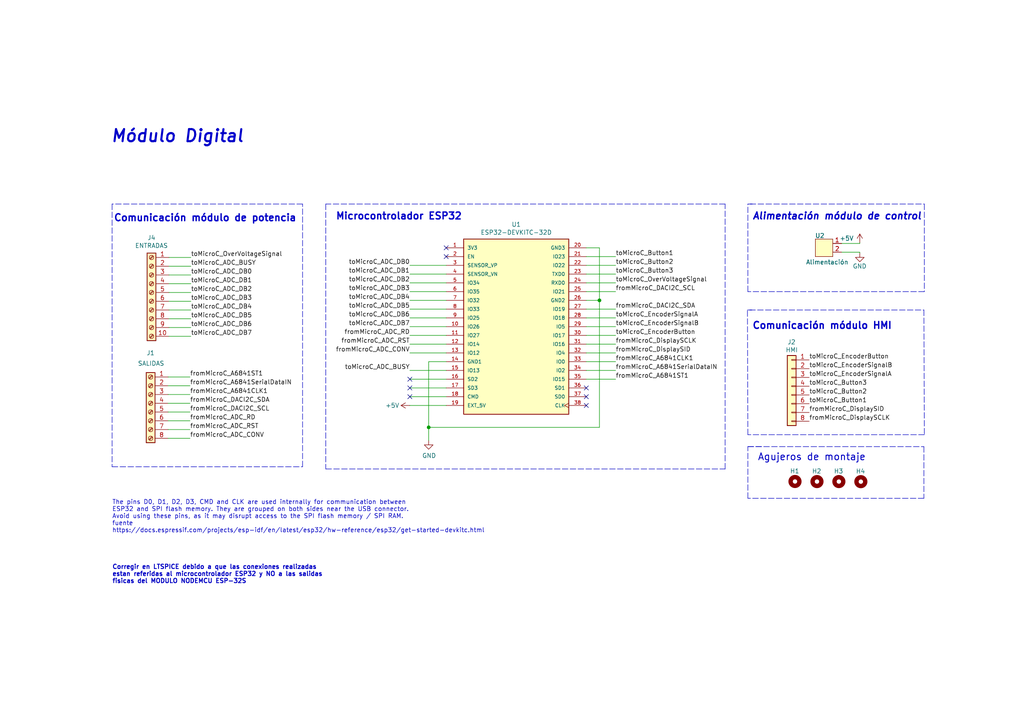
<source format=kicad_sch>
(kicad_sch (version 20211123) (generator eeschema)
  (paper "A4")
  (title_block (title "PLACA DE CONTROL + HMI DIGITAL") (date "2021-12-15") (rev "V02") (comment 2 "creativecommons.org/licenses/by/4.0/") (comment 3 "Licenses: CC BY 4.0") (comment 4 "Author: Ibañez Lucas"))
  (lib_symbols
    (symbol "CEDCp:Bornera_1x2"
      (property "Reference" "U" (at 0.762 2.286 0))
      (property "Value" "Bornera_1x2" (at 3.048 -4.826 0))
      (symbol "Bornera_1x2_0_1"
        (rectangle (start 0 1.27) (end 5.08 -3.81) (fill (type background)))
      )
      (symbol "Bornera_1x2_1_1"
        (pin input line (at -2.54 0 0) (length 2.54) (name "") (number "1"))
        (pin input line (at -2.54 -2.54 0) (length 2.54) (name "") (number "2"))
      )
    )
    (symbol "Connector:Screw_Terminal_01x08" (pin_names (offset 1.016) hide)
      (property "Reference" "J" (at 0 10.16 0))
      (property "Value" "Screw_Terminal_01x08" (at 0 -12.7 0))
      (symbol "Screw_Terminal_01x08_1_1"
        (rectangle (start -1.27 8.89) (end 1.27 -11.43) (stroke (width 0.254)) (fill (type background)))
        (circle (center 0 -10.16) (radius 0.635) (stroke (width 0.1524)))
        (circle (center 0 -7.62) (radius 0.635) (stroke (width 0.1524)))
        (circle (center 0 -5.08) (radius 0.635) (stroke (width 0.1524)))
        (circle (center 0 -2.54) (radius 0.635) (stroke (width 0.1524)))
        (polyline (pts (xy -0.5334 -9.8298) (xy 0.3302 -10.668)) (stroke (width 0.1524)))
        (polyline (pts (xy -0.5334 -7.2898) (xy 0.3302 -8.128)) (stroke (width 0.1524)))
        (polyline (pts (xy -0.5334 -4.7498) (xy 0.3302 -5.588)) (stroke (width 0.1524)))
        (polyline (pts (xy -0.5334 -2.2098) (xy 0.3302 -3.048)) (stroke (width 0.1524)))
        (polyline (pts (xy -0.5334 0.3302) (xy 0.3302 -0.508)) (stroke (width 0.1524)))
        (polyline (pts (xy -0.5334 2.8702) (xy 0.3302 2.032)) (stroke (width 0.1524)))
        (polyline (pts (xy -0.5334 5.4102) (xy 0.3302 4.572)) (stroke (width 0.1524)))
        (polyline (pts (xy -0.5334 7.9502) (xy 0.3302 7.112)) (stroke (width 0.1524)))
        (polyline (pts (xy -0.3556 -9.652) (xy 0.508 -10.4902)) (stroke (width 0.1524)))
        (polyline (pts (xy -0.3556 -7.112) (xy 0.508 -7.9502)) (stroke (width 0.1524)))
        (polyline (pts (xy -0.3556 -4.572) (xy 0.508 -5.4102)) (stroke (width 0.1524)))
        (polyline (pts (xy -0.3556 -2.032) (xy 0.508 -2.8702)) (stroke (width 0.1524)))
        (polyline (pts (xy -0.3556 0.508) (xy 0.508 -0.3302)) (stroke (width 0.1524)))
        (polyline (pts (xy -0.3556 3.048) (xy 0.508 2.2098)) (stroke (width 0.1524)))
        (polyline (pts (xy -0.3556 5.588) (xy 0.508 4.7498)) (stroke (width 0.1524)))
        (polyline (pts (xy -0.3556 8.128) (xy 0.508 7.2898)) (stroke (width 0.1524)))
        (circle (center 0 0) (radius 0.635) (stroke (width 0.1524)))
        (circle (center 0 2.54) (radius 0.635) (stroke (width 0.1524)))
        (circle (center 0 5.08) (radius 0.635) (stroke (width 0.1524)))
        (circle (center 0 7.62) (radius 0.635) (stroke (width 0.1524)))
        (pin passive line (at -5.08 7.62 0) (length 3.81) (name "Pin_1") (number "1"))
        (pin passive line (at -5.08 5.08 0) (length 3.81) (name "Pin_2") (number "2"))
        (pin passive line (at -5.08 2.54 0) (length 3.81) (name "Pin_3") (number "3"))
        (pin passive line (at -5.08 0 0) (length 3.81) (name "Pin_4") (number "4"))
        (pin passive line (at -5.08 -2.54 0) (length 3.81) (name "Pin_5") (number "5"))
        (pin passive line (at -5.08 -5.08 0) (length 3.81) (name "Pin_6") (number "6"))
        (pin passive line (at -5.08 -7.62 0) (length 3.81) (name "Pin_7") (number "7"))
        (pin passive line (at -5.08 -10.16 0) (length 3.81) (name "Pin_8") (number "8"))
      )
    )
    (symbol "Connector:Screw_Terminal_01x10" (pin_names (offset 1.016) hide)
      (property "Reference" "J" (at 0 12.7 0))
      (property "Value" "Screw_Terminal_01x10" (at 0 -15.24 0))
      (symbol "Screw_Terminal_01x10_1_1"
        (rectangle (start -1.27 11.43) (end 1.27 -13.97) (stroke (width 0.254)) (fill (type background)))
        (circle (center 0 -12.7) (radius 0.635) (stroke (width 0.1524)))
        (circle (center 0 -10.16) (radius 0.635) (stroke (width 0.1524)))
        (circle (center 0 -7.62) (radius 0.635) (stroke (width 0.1524)))
        (circle (center 0 -5.08) (radius 0.635) (stroke (width 0.1524)))
        (circle (center 0 -2.54) (radius 0.635) (stroke (width 0.1524)))
        (polyline (pts (xy -0.5334 -12.3698) (xy 0.3302 -13.208)) (stroke (width 0.1524)))
        (polyline (pts (xy -0.5334 -9.8298) (xy 0.3302 -10.668)) (stroke (width 0.1524)))
        (polyline (pts (xy -0.5334 -7.2898) (xy 0.3302 -8.128)) (stroke (width 0.1524)))
        (polyline (pts (xy -0.5334 -4.7498) (xy 0.3302 -5.588)) (stroke (width 0.1524)))
        (polyline (pts (xy -0.5334 -2.2098) (xy 0.3302 -3.048)) (stroke (width 0.1524)))
        (polyline (pts (xy -0.5334 0.3302) (xy 0.3302 -0.508)) (stroke (width 0.1524)))
        (polyline (pts (xy -0.5334 2.8702) (xy 0.3302 2.032)) (stroke (width 0.1524)))
        (polyline (pts (xy -0.5334 5.4102) (xy 0.3302 4.572)) (stroke (width 0.1524)))
        (polyline (pts (xy -0.5334 7.9502) (xy 0.3302 7.112)) (stroke (width 0.1524)))
        (polyline (pts (xy -0.5334 10.4902) (xy 0.3302 9.652)) (stroke (width 0.1524)))
        (polyline (pts (xy -0.3556 -12.192) (xy 0.508 -13.0302)) (stroke (width 0.1524)))
        (polyline (pts (xy -0.3556 -9.652) (xy 0.508 -10.4902)) (stroke (width 0.1524)))
        (polyline (pts (xy -0.3556 -7.112) (xy 0.508 -7.9502)) (stroke (width 0.1524)))
        (polyline (pts (xy -0.3556 -4.572) (xy 0.508 -5.4102)) (stroke (width 0.1524)))
        (polyline (pts (xy -0.3556 -2.032) (xy 0.508 -2.8702)) (stroke (width 0.1524)))
        (polyline (pts (xy -0.3556 0.508) (xy 0.508 -0.3302)) (stroke (width 0.1524)))
        (polyline (pts (xy -0.3556 3.048) (xy 0.508 2.2098)) (stroke (width 0.1524)))
        (polyline (pts (xy -0.3556 5.588) (xy 0.508 4.7498)) (stroke (width 0.1524)))
        (polyline (pts (xy -0.3556 8.128) (xy 0.508 7.2898)) (stroke (width 0.1524)))
        (polyline (pts (xy -0.3556 10.668) (xy 0.508 9.8298)) (stroke (width 0.1524)))
        (circle (center 0 0) (radius 0.635) (stroke (width 0.1524)))
        (circle (center 0 2.54) (radius 0.635) (stroke (width 0.1524)))
        (circle (center 0 5.08) (radius 0.635) (stroke (width 0.1524)))
        (circle (center 0 7.62) (radius 0.635) (stroke (width 0.1524)))
        (circle (center 0 10.16) (radius 0.635) (stroke (width 0.1524)))
        (pin passive line (at -5.08 10.16 0) (length 3.81) (name "Pin_1") (number "1"))
        (pin passive line (at -5.08 -12.7 0) (length 3.81) (name "Pin_10") (number "10"))
        (pin passive line (at -5.08 7.62 0) (length 3.81) (name "Pin_2") (number "2"))
        (pin passive line (at -5.08 5.08 0) (length 3.81) (name "Pin_3") (number "3"))
        (pin passive line (at -5.08 2.54 0) (length 3.81) (name "Pin_4") (number "4"))
        (pin passive line (at -5.08 0 0) (length 3.81) (name "Pin_5") (number "5"))
        (pin passive line (at -5.08 -2.54 0) (length 3.81) (name "Pin_6") (number "6"))
        (pin passive line (at -5.08 -5.08 0) (length 3.81) (name "Pin_7") (number "7"))
        (pin passive line (at -5.08 -7.62 0) (length 3.81) (name "Pin_8") (number "8"))
        (pin passive line (at -5.08 -10.16 0) (length 3.81) (name "Pin_9") (number "9"))
      )
    )
    (symbol "Connector_Generic:Conn_01x08" (pin_names (offset 1.016) hide)
      (property "Reference" "J" (at 0 10.16 0))
      (property "Value" "Conn_01x08" (at 0 -12.7 0))
      (symbol "Conn_01x08_1_1"
        (rectangle (start -1.27 -10.033) (end 0 -10.287) (stroke (width 0.1524)))
        (rectangle (start -1.27 -7.493) (end 0 -7.747) (stroke (width 0.1524)))
        (rectangle (start -1.27 -4.953) (end 0 -5.207) (stroke (width 0.1524)))
        (rectangle (start -1.27 -2.413) (end 0 -2.667) (stroke (width 0.1524)))
        (rectangle (start -1.27 0.127) (end 0 -0.127) (stroke (width 0.1524)))
        (rectangle (start -1.27 2.667) (end 0 2.413) (stroke (width 0.1524)))
        (rectangle (start -1.27 5.207) (end 0 4.953) (stroke (width 0.1524)))
        (rectangle (start -1.27 7.747) (end 0 7.493) (stroke (width 0.1524)))
        (rectangle (start -1.27 8.89) (end 1.27 -11.43) (stroke (width 0.254)) (fill (type background)))
        (pin passive line (at -5.08 7.62 0) (length 3.81) (name "Pin_1") (number "1"))
        (pin passive line (at -5.08 5.08 0) (length 3.81) (name "Pin_2") (number "2"))
        (pin passive line (at -5.08 2.54 0) (length 3.81) (name "Pin_3") (number "3"))
        (pin passive line (at -5.08 0 0) (length 3.81) (name "Pin_4") (number "4"))
        (pin passive line (at -5.08 -2.54 0) (length 3.81) (name "Pin_5") (number "5"))
        (pin passive line (at -5.08 -5.08 0) (length 3.81) (name "Pin_6") (number "6"))
        (pin passive line (at -5.08 -7.62 0) (length 3.81) (name "Pin_7") (number "7"))
        (pin passive line (at -5.08 -10.16 0) (length 3.81) (name "Pin_8") (number "8"))
      )
    )
    (symbol "ESP32-DEVKITC-32D:ESP32-DEVKITC-32D" (pin_names (offset 1.016))
      (property "Reference" "U" (at -15.2654 26.0604 0))
      (property "Value" "ESP32-DEVKITC-32D" (at -15.2654 -27.9654 0))
      (symbol "ESP32-DEVKITC-32D_0_0"
        (rectangle (start -15.24 -25.4) (end 15.24 25.4) (stroke (width 0.254)) (fill (type background)))
        (pin power_in line (at -20.32 22.86 0) (length 5.08) (name "3V3") (number "1"))
        (pin bidirectional line (at -20.32 0 0) (length 5.08) (name "IO26") (number "10"))
        (pin bidirectional line (at -20.32 -2.54 0) (length 5.08) (name "IO27") (number "11"))
        (pin bidirectional line (at -20.32 -5.08 0) (length 5.08) (name "IO14") (number "12"))
        (pin bidirectional line (at -20.32 -7.62 0) (length 5.08) (name "IO12") (number "13"))
        (pin power_in line (at -20.32 -10.16 0) (length 5.08) (name "GND1") (number "14"))
        (pin bidirectional line (at -20.32 -12.7 0) (length 5.08) (name "IO13") (number "15"))
        (pin bidirectional line (at -20.32 -15.24 0) (length 5.08) (name "SD2") (number "16"))
        (pin bidirectional line (at -20.32 -17.78 0) (length 5.08) (name "SD3") (number "17"))
        (pin bidirectional line (at -20.32 -20.32 0) (length 5.08) (name "CMD") (number "18"))
        (pin power_in line (at -20.32 -22.86 0) (length 5.08) (name "EXT_5V") (number "19"))
        (pin input line (at -20.32 20.32 0) (length 5.08) (name "EN") (number "2"))
        (pin power_in line (at 20.32 22.86 180) (length 5.08) (name "GND3") (number "20"))
        (pin bidirectional line (at 20.32 20.32 180) (length 5.08) (name "IO23") (number "21"))
        (pin bidirectional line (at 20.32 17.78 180) (length 5.08) (name "IO22") (number "22"))
        (pin output line (at 20.32 15.24 180) (length 5.08) (name "TXD0") (number "23"))
        (pin input line (at 20.32 12.7 180) (length 5.08) (name "RXD0") (number "24"))
        (pin bidirectional line (at 20.32 10.16 180) (length 5.08) (name "IO21") (number "25"))
        (pin power_in line (at 20.32 7.62 180) (length 5.08) (name "GND2") (number "26"))
        (pin bidirectional line (at 20.32 5.08 180) (length 5.08) (name "IO19") (number "27"))
        (pin bidirectional line (at 20.32 2.54 180) (length 5.08) (name "IO18") (number "28"))
        (pin bidirectional line (at 20.32 0 180) (length 5.08) (name "IO5") (number "29"))
        (pin input line (at -20.32 17.78 0) (length 5.08) (name "SENSOR_VP") (number "3"))
        (pin bidirectional line (at 20.32 -2.54 180) (length 5.08) (name "IO17") (number "30"))
        (pin bidirectional line (at 20.32 -5.08 180) (length 5.08) (name "IO16") (number "31"))
        (pin bidirectional line (at 20.32 -7.62 180) (length 5.08) (name "IO4") (number "32"))
        (pin bidirectional line (at 20.32 -10.16 180) (length 5.08) (name "IO0") (number "33"))
        (pin bidirectional line (at 20.32 -12.7 180) (length 5.08) (name "IO2") (number "34"))
        (pin bidirectional line (at 20.32 -15.24 180) (length 5.08) (name "IO15") (number "35"))
        (pin bidirectional line (at 20.32 -17.78 180) (length 5.08) (name "SD1") (number "36"))
        (pin bidirectional line (at 20.32 -20.32 180) (length 5.08) (name "SD0") (number "37"))
        (pin input clock (at 20.32 -22.86 180) (length 5.08) (name "CLK") (number "38"))
        (pin input line (at -20.32 15.24 0) (length 5.08) (name "SENSOR_VN") (number "4"))
        (pin bidirectional line (at -20.32 12.7 0) (length 5.08) (name "IO34") (number "5"))
        (pin bidirectional line (at -20.32 10.16 0) (length 5.08) (name "IO35") (number "6"))
        (pin bidirectional line (at -20.32 7.62 0) (length 5.08) (name "IO32") (number "7"))
        (pin bidirectional line (at -20.32 5.08 0) (length 5.08) (name "IO33") (number "8"))
        (pin bidirectional line (at -20.32 2.54 0) (length 5.08) (name "IO25") (number "9"))
      )
    )
    (symbol "Mechanical:MountingHole" (pin_names (offset 1.016))
      (property "Reference" "H" (at 0 5.08 0))
      (property "Value" "MountingHole" (at 0 3.175 0))
      (symbol "MountingHole_0_1"
        (circle (center 0 0) (radius 1.27) (stroke (width 1.27)))
      )
    )
    (symbol "power:+5V" (power) (pin_names (offset 0))
      (property "Value" "+5V" (at 0 3.556 0))
      (symbol "+5V_0_1"
        (polyline (pts (xy -0.762 1.27) (xy 0 2.54)))
        (polyline (pts (xy 0 0) (xy 0 2.54)))
        (polyline (pts (xy 0 2.54) (xy 0.762 1.27)))
      )
      (symbol "+5V_1_1"
        (pin power_in line (at 0 0 90) (length 0) hide (name "+5V") (number "1"))
      )
    )
    (symbol "power:GND" (power) (pin_names (offset 0))
      (property "Value" "GND" (at 0 -3.81 0))
      (symbol "GND_0_1"
        (polyline (pts (xy 0 0) (xy 0 -1.27) (xy 1.27 -1.27) (xy 0 -2.54) (xy -1.27 -1.27) (xy 0 -1.27)))
      )
      (symbol "GND_1_1"
        (pin power_in line (at 0 0 270) (length 0) hide (name "GND") (number "1"))
      )
    )
  )
  (junction (at 124.333 123.952))
  (junction (at 173.863 87.122))
  (no_connect (at 170.053 117.602))
  (no_connect (at 170.053 112.522))
  (no_connect (at 170.053 115.062))
  (no_connect (at 118.872 109.982))
  (no_connect (at 118.872 112.522))
  (no_connect (at 118.872 115.062))
  (no_connect (at 129.413 71.882))
  (no_connect (at 129.413 74.422))
  (wire (pts (xy 129.413 89.662) (xy 118.872 89.662)))
  (polyline (pts (xy 216.789 89.916) (xy 218.059 89.916)))
  (wire (pts (xy 118.872 107.442) (xy 129.413 107.442)))
  (wire (pts (xy 249.3772 73.152) (xy 244.094 73.152)))
  (polyline (pts (xy 32.512 59.182) (xy 32.512 135.382)))
  (wire (pts (xy 170.053 74.422) (xy 178.562 74.422)))
  (polyline (pts (xy 216.916 59.182) (xy 218.186 59.182)))
  (wire (pts (xy 49.022 84.836) (xy 55.372 84.836)))
  (wire (pts (xy 48.768 116.967) (xy 55.118 116.967)))
  (wire (pts (xy 170.053 84.582) (xy 178.562 84.582)))
  (wire (pts (xy 118.872 97.282) (xy 129.413 97.282)))
  (polyline (pts (xy 87.757 135.382) (xy 87.757 59.182)))
  (wire (pts (xy 170.053 94.742) (xy 178.562 94.742)))
  (polyline (pts (xy 267.97 144.526) (xy 216.916 144.526)))
  (polyline (pts (xy 267.97 89.916) (xy 268.097 126.0856)))
  (polyline (pts (xy 210.312 136.017) (xy 210.312 59.182)))
  (wire (pts (xy 55.372 97.536) (xy 49.022 97.536)))
  (wire (pts (xy 170.053 71.882) (xy 173.863 71.882)))
  (wire (pts (xy 170.053 92.202) (xy 178.562 92.202)))
  (wire (pts (xy 129.413 109.982) (xy 118.872 109.982)))
  (polyline (pts (xy 268.097 59.182) (xy 268.097 84.582)))
  (wire (pts (xy 118.872 92.202) (xy 129.413 92.202)))
  (wire (pts (xy 173.863 87.122) (xy 173.863 123.952)))
  (wire (pts (xy 118.872 82.042) (xy 129.413 82.042)))
  (wire (pts (xy 118.872 115.062) (xy 129.413 115.062)))
  (polyline (pts (xy 217.424 89.916) (xy 267.97 89.916)))
  (wire (pts (xy 49.022 94.996) (xy 55.372 94.996)))
  (wire (pts (xy 129.413 117.602) (xy 118.872 117.602)))
  (polyline (pts (xy 268.097 126.0856) (xy 216.916 126.0856)))
  (wire (pts (xy 55.372 74.676) (xy 49.022 74.676)))
  (wire (pts (xy 49.022 89.916) (xy 55.372 89.916)))
  (polyline (pts (xy 94.488 59.182) (xy 94.488 136.017)))
  (polyline (pts (xy 267.97 129.54) (xy 267.97 144.526)))
  (wire (pts (xy 170.053 79.502) (xy 178.562 79.502)))
  (wire (pts (xy 170.053 87.122) (xy 173.863 87.122)))
  (wire (pts (xy 170.053 82.042) (xy 178.562 82.042)))
  (wire (pts (xy 170.053 97.282) (xy 178.562 97.282)))
  (wire (pts (xy 129.413 84.582) (xy 118.872 84.582)))
  (wire (pts (xy 55.372 77.216) (xy 49.022 77.216)))
  (wire (pts (xy 49.022 82.296) (xy 55.372 82.296)))
  (wire (pts (xy 48.768 119.507) (xy 55.118 119.507)))
  (wire (pts (xy 48.768 124.587) (xy 55.118 124.587)))
  (wire (pts (xy 129.413 99.822) (xy 118.872 99.822)))
  (polyline (pts (xy 94.488 136.017) (xy 210.312 136.017)))
  (polyline (pts (xy 210.312 59.182) (xy 94.488 59.182)))
  (wire (pts (xy 244.094 70.612) (xy 249.3772 70.612)))
  (polyline (pts (xy 216.916 84.582) (xy 216.916 59.182)))
  (wire (pts (xy 48.768 111.887) (xy 55.118 111.887)))
  (wire (pts (xy 129.413 104.902) (xy 124.333 104.902)))
  (wire (pts (xy 170.053 107.442) (xy 178.562 107.442)))
  (wire (pts (xy 129.413 94.742) (xy 118.872 94.742)))
  (wire (pts (xy 55.372 79.756) (xy 49.022 79.756)))
  (wire (pts (xy 249.3772 70.4088) (xy 249.3772 70.612)))
  (polyline (pts (xy 217.551 59.182) (xy 268.097 59.182)))
  (polyline (pts (xy 216.916 129.54) (xy 267.97 129.54)))
  (polyline (pts (xy 87.757 59.182) (xy 32.512 59.182)))
  (wire (pts (xy 118.872 76.962) (xy 129.413 76.962)))
  (polyline (pts (xy 268.097 84.582) (xy 216.916 84.582)))
  (wire (pts (xy 48.768 109.347) (xy 55.118 109.347)))
  (wire (pts (xy 118.872 79.502) (xy 129.413 79.502)))
  (wire (pts (xy 170.053 99.822) (xy 178.562 99.822)))
  (wire (pts (xy 249.3772 73.3806) (xy 249.3772 73.152)))
  (wire (pts (xy 118.872 102.362) (xy 129.413 102.362)))
  (wire (pts (xy 55.372 92.456) (xy 49.022 92.456)))
  (wire (pts (xy 49.022 87.376) (xy 55.372 87.376)))
  (wire (pts (xy 124.333 123.952) (xy 124.333 127.762)))
  (wire (pts (xy 118.872 87.122) (xy 129.413 87.122)))
  (wire (pts (xy 170.053 104.902) (xy 178.562 104.902)))
  (wire (pts (xy 124.333 104.902) (xy 124.333 123.952)))
  (wire (pts (xy 170.053 89.662) (xy 178.562 89.662)))
  (wire (pts (xy 173.863 71.882) (xy 173.863 87.122)))
  (wire (pts (xy 48.768 127.127) (xy 55.118 127.127)))
  (wire (pts (xy 173.863 123.952) (xy 124.333 123.952)))
  (wire (pts (xy 48.768 114.427) (xy 55.118 114.427)))
  (wire (pts (xy 48.768 122.047) (xy 55.118 122.047)))
  (polyline (pts (xy 32.512 135.382) (xy 87.757 135.382)))
  (wire (pts (xy 118.872 112.522) (xy 129.413 112.522)))
  (polyline (pts (xy 216.916 126.0856) (xy 216.789 89.916)))
  (polyline (pts (xy 216.916 144.526) (xy 216.916 129.54)))
  (wire (pts (xy 170.053 76.962) (xy 178.562 76.962)))
  (wire (pts (xy 170.053 109.982) (xy 178.562 109.982)))
  (polyline (pts (xy 216.916 129.54) (xy 220.98 129.54)))
  (wire (pts (xy 170.053 102.362) (xy 178.562 102.362)))
  (image (at -52.07 26.035))
  (image (at 409.575 119.38) (scale 2.95166))
  (text "Agujeros de montaje\n" (at 219.71 133.858 0) (effects (font (size 2 2) (thickness 0.254) bold) (justify left bottom)))
  (text "Comunicación módulo HMI\n" (at 258.826 95.758 180) (effects (font (size 2 2) bold) (justify right bottom)))
  (text "Comunicación módulo de potencia\n" (at 86.106 64.516 180) (effects (font (size 2 2) bold) (justify right bottom)))
  (text "Microcontrolador ESP32" (at 134.112 64.008 180) (effects (font (size 2 2) bold) (justify right bottom)))
  (text "Módulo Digital\n" (at 32.004 41.656 0) (effects (font (size 3.5 3.5) (thickness 0.5994) bold italic) (justify left bottom)))
  (text "Corregir en LTSPICE debido a que las conexiones realizadas \nestan referidas al microcontrolador ESP32 y NO a las salidas\nfisicas del MODULO NODEMCU ESP-32S" (at 32.512 169.418 0) (effects (font (size 1.27 1.27) (thickness 0.254) bold) (justify left bottom)))
  (text "The pins D0, D1, D2, D3, CMD and CLK are used internally for communication between \nESP32 and SPI flash memory. They are grouped on both sides near the USB connector. \nAvoid using these pins, as it may disrupt access to the SPI flash memory / SPI RAM.\nfuente\nhttps://docs.espressif.com/projects/esp-idf/en/latest/esp32/hw-reference/esp32/get-started-devkitc.html" (at 32.512 154.686 0) (effects (font (size 1.27 1.27)) (justify left bottom)))
  (text "Alimentación módulo de control" (at 267.462 64.008 180) (effects (font (size 2 2) bold italic) (justify right bottom)))
  (label "fromMicroC_ADC_RST" (at 118.872 99.822 180))
  (label "toMicroC_Button1" (at 234.696 117.094 0))
  (label "toMicroC_ADC_DB0" (at 55.372 79.756 0))
  (label "toMicroC_ADC_DB6" (at 55.372 94.996 0))
  (label "toMicroC_Button3" (at 178.562 79.502 0))
  (label "fromMicroC_DACI2C_SCL" (at 178.562 84.582 0))
  (label "fromMicroC_DACI2C_SDA" (at 178.562 89.662 0))
  (label "fromMicroC_ADC_RST" (at 55.118 124.587 0))
  (label "fromMicroC_ADC_CONV" (at 118.872 102.362 180))
  (label "toMicroC_Button2" (at 234.696 114.554 0))
  (label "toMicroC_EncoderButton" (at 234.696 104.394 0))
  (label "toMicroC_ADC_DB1" (at 118.872 79.502 180))
  (label "fromMicroC_A6841CLK1" (at 178.562 104.902 0))
  (label "toMicroC_ADC_BUSY" (at 55.372 77.216 0))
  (label "toMicroC_ADC_DB5" (at 118.872 89.662 180))
  (label "fromMicroC_A6841SerialDataIN" (at 55.118 111.887 0))
  (label "toMicroC_EncoderSignalA" (at 178.562 92.202 0))
  (label "fromMicroC_DisplaySCLK" (at 234.696 122.174 0))
  (label "fromMicroC_A6841CLK1" (at 55.118 114.427 0))
  (label "fromMicroC_A6841ST1" (at 178.562 109.982 0))
  (label "toMicroC_Button2" (at 178.562 76.962 0))
  (label "toMicroC_ADC_DB0" (at 118.872 76.962 180))
  (label "toMicroC_ADC_DB3" (at 55.372 87.376 0))
  (label "fromMicroC_ADC_CONV" (at 55.118 127.127 0))
  (label "toMicroC_ADC_DB6" (at 118.872 92.202 180))
  (label "toMicroC_ADC_DB2" (at 55.372 84.836 0))
  (label "toMicroC_ADC_DB2" (at 118.872 82.042 180))
  (label "toMicroC_Button3" (at 234.696 112.014 0))
  (label "toMicroC_EncoderSignalB" (at 234.696 106.934 0))
  (label "fromMicroC_DACI2C_SCL" (at 55.118 119.507 0))
  (label "fromMicroC_A6841SerialDataIN" (at 178.562 107.442 0))
  (label "toMicroC_ADC_DB7" (at 55.372 97.536 0))
  (label "toMicroC_ADC_DB7" (at 118.872 94.742 180))
  (label "fromMicroC_DACI2C_SDA" (at 55.118 116.967 0))
  (label "toMicroC_ADC_DB1" (at 55.372 82.296 0))
  (label "toMicroC_ADC_DB5" (at 55.372 92.456 0))
  (label "toMicroC_ADC_BUSY" (at 118.872 107.442 180))
  (label "fromMicroC_DisplaySID" (at 178.562 102.362 0))
  (label "fromMicroC_DisplaySID" (at 234.696 119.634 0))
  (label "toMicroC_ADC_DB3" (at 118.872 84.582 180))
  (label "fromMicroC_DisplaySCLK" (at 178.562 99.822 0))
  (label "toMicroC_Button1" (at 178.562 74.422 0))
  (label "toMicroC_EncoderButton" (at 178.562 97.282 0))
  (label "toMicroC_ADC_DB4" (at 55.372 89.916 0))
  (label "toMicroC_EncoderSignalB" (at 178.562 94.742 0))
  (label "toMicroC_ADC_DB4" (at 118.872 87.122 180))
  (label "toMicroC_OverVoltageSignal" (at 55.372 74.676 0))
  (label "toMicroC_EncoderSignalA" (at 234.696 109.474 0))
  (label "fromMicroC_ADC_RD" (at 118.872 97.282 180))
  (label "fromMicroC_ADC_RD" (at 55.118 122.047 0))
  (label "toMicroC_OverVoltageSignal" (at 178.562 82.042 0))
  (label "fromMicroC_A6841ST1" (at 55.118 109.347 0))
  (symbol (lib_id "ESP32-DEVKITC-32D:ESP32-DEVKITC-32D") (at 149.733 94.742 0) (unit 1)
    (property "Reference" "U1" (at 149.733 65.1002 0))
    (property "Value" "ESP32-DEVKITC-32D" (at 149.733 67.4116 0))
    (property "Footprint" "LIB_ESP32-DevKitC:DIP2600W100P254L5400H500Q38N" (effects hide))
    (property "Datasheet" "https://docs.ai-thinker.com/_media/esp32/docs/nodemcu-32_v1.3%E8%A7%84%E6%A0%BC%E4%B9%A6_-.pdf" (effects hide))
    (property "MANUFACTURER" "Espressif Systems" (effects hide))
    (property "PARTREV" "4" (effects hide))
  )
  (symbol (lib_id "power:GND") (at 124.333 127.762 0) (unit 1)
    (property "Reference" "#PWR0101" (effects hide))
    (property "Value" "GND" (at 124.46 132.1562 0))
  )
  (symbol (lib_id "power:GND") (at 249.3772 73.3806 0) (unit 1)
    (property "Reference" "#PWR0102" (effects hide))
    (property "Value" "GND" (at 251.3838 77.216 0) (effects (justify right)))
  )
  (symbol (lib_id "power:+5V") (at 249.3772 70.4088 0) (unit 1)
    (property "Reference" "#PWR0104" (effects hide))
    (property "Value" "+5V" (at 245.5672 69.1388 0))
  )
  (symbol (lib_id "power:+5V") (at 118.872 117.602 90) (unit 1)
    (property "Reference" "#PWR0105" (effects hide))
    (property "Value" "+5V" (at 113.792 117.602 90))
  )
  (symbol (lib_id "Connector:Screw_Terminal_01x10") (at 43.942 84.836 0) (mirror y) (unit 1)
    (property "Reference" "J4" (at 43.942 68.961 0))
    (property "Value" "ENTRADAS" (at 43.942 71.247 0))
    (property "Footprint" "Connector_PinHeader_2.54mm:PinHeader_1x10_P2.54mm_Vertical" (effects hide))
  )
  (symbol (lib_id "Mechanical:MountingHole") (at 230.5812 139.6492 270) (unit 1)
    (property "Reference" "H1" (at 231.8766 136.6266 90) (effects (justify right)))
    (property "Value" "MountingHole" (effects hide))
    (property "Footprint" "MountingHole:MountingHole_2.2mm_M2_Pad_Via" (effects hide))
  )
  (symbol (lib_id "Mechanical:MountingHole") (at 249.682 139.7 270) (unit 1)
    (property "Reference" "H4" (at 250.9774 136.6774 90) (effects (justify right)))
    (property "Value" "MountingHole" (effects hide))
    (property "Footprint" "MountingHole:MountingHole_2.2mm_M2_Pad_Via" (effects hide))
  )
  (symbol (lib_id "Mechanical:MountingHole") (at 243.3066 139.6746 270) (unit 1)
    (property "Reference" "H3" (at 244.602 136.652 90) (effects (justify right)))
    (property "Value" "MountingHole" (effects hide))
    (property "Footprint" "MountingHole:MountingHole_2.2mm_M2_Pad_Via" (effects hide))
  )
  (symbol (lib_id "CEDCp:Bornera_1x2") (at 241.554 70.612 0) (mirror y) (unit 1)
    (property "Reference" "U2" (at 237.7948 68.3514 0))
    (property "Value" "Alimentación" (at 239.9284 76.0222 0))
    (property "Footprint" "CEDCp:Bornera_1x2" (effects hide))
  )
  (symbol (lib_id "Connector:Screw_Terminal_01x08") (at 43.688 116.967 0) (mirror y) (unit 1)
    (property "Reference" "J1" (at 43.688 102.362 0))
    (property "Value" "SALIDAS" (at 43.815 105.41 0))
    (property "Footprint" "Connector_PinHeader_2.54mm:PinHeader_1x08_P2.54mm_Vertical" (effects hide))
  )
  (symbol (lib_id "Mechanical:MountingHole") (at 236.9566 139.6746 270) (unit 1)
    (property "Reference" "H2" (at 238.252 136.652 90) (effects (justify right)))
    (property "Value" "MountingHole" (effects hide))
    (property "Footprint" "MountingHole:MountingHole_2.2mm_M2_Pad_Via" (effects hide))
  )
  (symbol (lib_id "Connector_Generic:Conn_01x08") (at 229.616 112.014 0) (mirror y) (unit 1)
    (property "Reference" "J2" (at 229.5906 99.2124 0))
    (property "Value" "HMI" (at 229.6414 101.4984 0))
    (property "Footprint" "Connector_PinHeader_2.54mm:PinHeader_1x08_P2.54mm_Vertical" (effects hide))
  )
)
</source>
